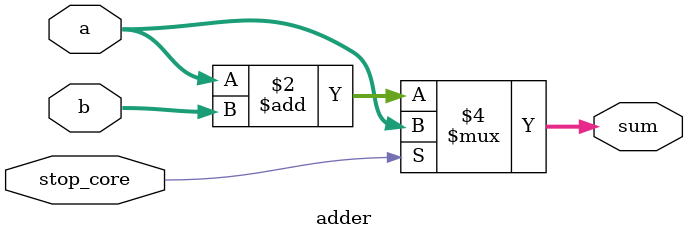
<source format=v>
module adder (
    input [31:0] a, b,
    input stop_core,
    output reg [31:0] sum
);
always@(*) begin
    if (stop_core) sum = a;
    else sum = a + b;
end

endmodule
</source>
